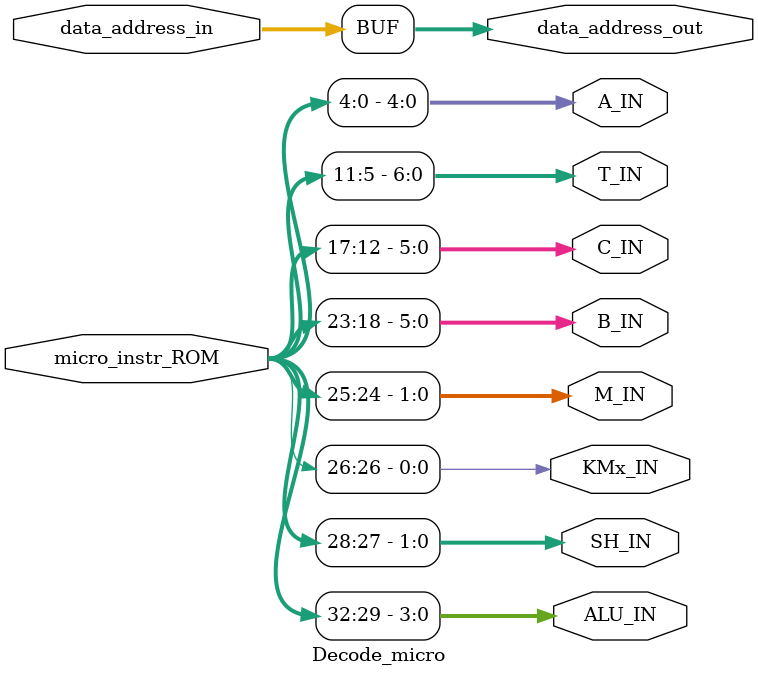
<source format=v>

module Decode_micro (
	micro_instr_ROM,
	data_address_in,
	ALU_IN,
	SH_IN,
	KMx_IN,
	M_IN,
	B_IN,
	C_IN,
	T_IN,
	A_IN,
	data_address_out
);

/*****************************************************************
Modulo que implementa la primera microintrucción del pipeline,
habria que chequear que en el momento inicial no flashee cualquiera.
******************************************************************/

	input [32:0]micro_instr_ROM;
	input [10:0] data_address_in;
	output reg [3:0]ALU_IN;
	output reg [1:0]SH_IN;
	output reg KMx_IN;
	output reg [1:0]M_IN;
	output reg [5:0]B_IN;
	output reg [5:0]C_IN;
	output reg [6:0]T_IN;
	output reg [4:0]A_IN;
	output reg [10:0]data_address_out;

	always @* 
	begin
		ALU_IN = micro_instr_ROM[32:29];
		SH_IN = micro_instr_ROM[28:27];
		KMx_IN = micro_instr_ROM[26];
		M_IN = micro_instr_ROM[25:24];
		B_IN = micro_instr_ROM[23:18];
		C_IN = micro_instr_ROM[17:12];
		T_IN = micro_instr_ROM[11:5];
		A_IN = micro_instr_ROM[4:0];
		data_address_out = data_address_in;
	end
	
endmodule
</source>
